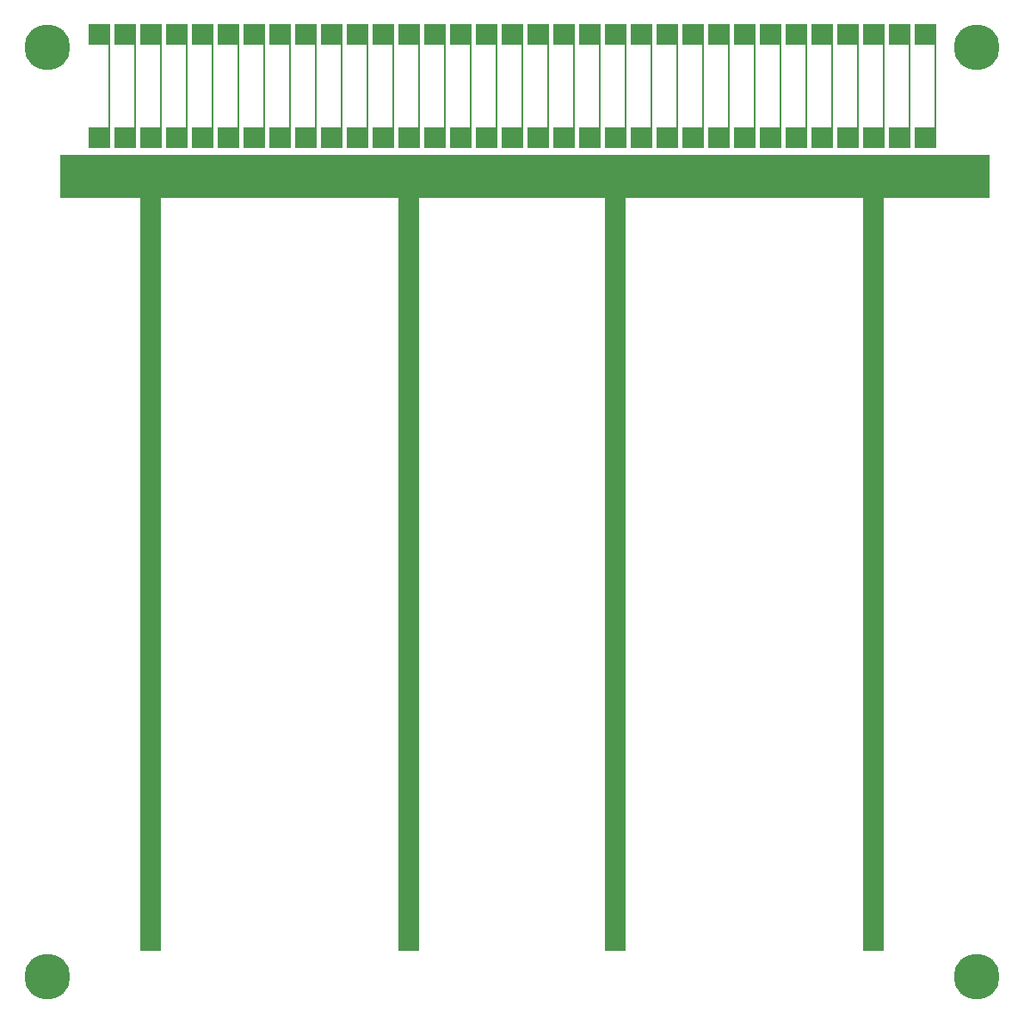
<source format=gtl>
G04 #@! TF.FileFunction,Copper,L1,Top,Signal*
%FSLAX46Y46*%
G04 Gerber Fmt 4.6, Leading zero omitted, Abs format (unit mm)*
G04 Created by KiCad (PCBNEW (after 2015-mar-04 BZR unknown)-product) date Mon 01 Jun 2015 23:22:56 BST*
%MOMM*%
G01*
G04 APERTURE LIST*
%ADD10C,0.150000*%
%ADD11R,2.032000X2.540000*%
%ADD12R,2.540000X2.286000*%
%ADD13R,3.048000X2.286000*%
%ADD14C,4.500880*%
%ADD15R,2.032000X2.032000*%
%ADD16R,0.254000X12.192000*%
G04 APERTURE END LIST*
D10*
D11*
X85090000Y-91440000D03*
X39370000Y-91440000D03*
X59690000Y-40640000D03*
D12*
X85090000Y-15494000D03*
X87630000Y-15494000D03*
X90170000Y-15494000D03*
X92710000Y-15494000D03*
X95250000Y-15494000D03*
X82550000Y-15494000D03*
X80010000Y-15494000D03*
X77470000Y-15494000D03*
X74930000Y-15494000D03*
D13*
X82550000Y-17526000D03*
D11*
X85090000Y-17780000D03*
D13*
X87630000Y-17526000D03*
D12*
X80010000Y-17526000D03*
X77470000Y-17526000D03*
X74930000Y-17526000D03*
X90170000Y-17526000D03*
X92710000Y-17526000D03*
X95250000Y-17526000D03*
D11*
X13970000Y-27940000D03*
X13970000Y-25400000D03*
X13970000Y-22860000D03*
X39370000Y-27940000D03*
X39370000Y-25400000D03*
X39370000Y-22860000D03*
X59690000Y-27940000D03*
X59690000Y-25400000D03*
X59690000Y-22860000D03*
X85090000Y-27940000D03*
X85090000Y-25400000D03*
X85090000Y-22860000D03*
D14*
X95250000Y-3810000D03*
X95250000Y-95250000D03*
X3810000Y-95250000D03*
X3810000Y-3810000D03*
D11*
X13970000Y-88900000D03*
X13970000Y-86360000D03*
X13970000Y-83820000D03*
X13970000Y-81280000D03*
X13970000Y-78740000D03*
X13970000Y-76200000D03*
X13970000Y-73660000D03*
X13970000Y-71120000D03*
X13970000Y-68580000D03*
X13970000Y-66040000D03*
X13970000Y-63500000D03*
X13970000Y-60960000D03*
X13970000Y-58420000D03*
X13970000Y-55880000D03*
X13970000Y-53340000D03*
X13970000Y-50800000D03*
X13970000Y-48260000D03*
X13970000Y-45720000D03*
X13970000Y-43180000D03*
X13970000Y-40640000D03*
X13970000Y-38100000D03*
X13970000Y-35560000D03*
X13970000Y-33020000D03*
X13970000Y-30480000D03*
X13970000Y-20320000D03*
X13970000Y-20320000D03*
X13970000Y-30480000D03*
X13970000Y-33020000D03*
X13970000Y-35560000D03*
X13970000Y-38100000D03*
X13970000Y-40640000D03*
X13970000Y-43180000D03*
X13970000Y-45720000D03*
X13970000Y-48260000D03*
X13970000Y-50800000D03*
X13970000Y-53340000D03*
X13970000Y-55880000D03*
X13970000Y-58420000D03*
X13970000Y-60960000D03*
X13970000Y-63500000D03*
X13970000Y-66040000D03*
X13970000Y-68580000D03*
X13970000Y-71120000D03*
X13970000Y-73660000D03*
X13970000Y-76200000D03*
X13970000Y-78740000D03*
X13970000Y-81280000D03*
X13970000Y-83820000D03*
X13970000Y-86360000D03*
X13970000Y-91440000D03*
X59690000Y-88900000D03*
X59690000Y-86360000D03*
X59690000Y-83820000D03*
X59690000Y-81280000D03*
X59690000Y-78740000D03*
X59690000Y-76200000D03*
X59690000Y-73660000D03*
X59690000Y-71120000D03*
X59690000Y-68580000D03*
X59690000Y-66040000D03*
X59690000Y-63500000D03*
X59690000Y-60960000D03*
X59690000Y-58420000D03*
X59690000Y-55880000D03*
X59690000Y-53340000D03*
X59690000Y-50800000D03*
X59690000Y-48260000D03*
X59690000Y-45720000D03*
X59690000Y-43180000D03*
X59690000Y-40640000D03*
X59690000Y-38100000D03*
X59690000Y-35560000D03*
X59690000Y-33020000D03*
X59690000Y-30480000D03*
X59690000Y-20320000D03*
X59690000Y-20320000D03*
X59690000Y-30480000D03*
X59690000Y-33020000D03*
X59690000Y-35560000D03*
X59690000Y-38100000D03*
X59690000Y-40640000D03*
X59690000Y-43180000D03*
X59690000Y-45720000D03*
X59690000Y-48260000D03*
X59690000Y-50800000D03*
X59690000Y-53340000D03*
X59690000Y-55880000D03*
X59690000Y-58420000D03*
X59690000Y-60960000D03*
X59690000Y-63500000D03*
X59690000Y-66040000D03*
X59690000Y-68580000D03*
X59690000Y-71120000D03*
X59690000Y-73660000D03*
X59690000Y-76200000D03*
X59690000Y-78740000D03*
X59690000Y-81280000D03*
X59690000Y-83820000D03*
X59690000Y-86360000D03*
X59690000Y-91440000D03*
X39370000Y-88900000D03*
X39370000Y-86360000D03*
X39370000Y-83820000D03*
X39370000Y-81280000D03*
X39370000Y-78740000D03*
X39370000Y-76200000D03*
X39370000Y-73660000D03*
X39370000Y-71120000D03*
X39370000Y-68580000D03*
X39370000Y-66040000D03*
X39370000Y-63500000D03*
X39370000Y-60960000D03*
X39370000Y-58420000D03*
X39370000Y-55880000D03*
X39370000Y-53340000D03*
X39370000Y-50800000D03*
X39370000Y-48260000D03*
X39370000Y-45720000D03*
X39370000Y-43180000D03*
X39370000Y-40640000D03*
X39370000Y-38100000D03*
X39370000Y-35560000D03*
X39370000Y-33020000D03*
X39370000Y-30480000D03*
X39370000Y-20320000D03*
X85090000Y-20320000D03*
X85090000Y-30480000D03*
X85090000Y-33020000D03*
X85090000Y-35560000D03*
X85090000Y-38100000D03*
X85090000Y-40640000D03*
X85090000Y-43180000D03*
X85090000Y-45720000D03*
X85090000Y-48260000D03*
X85090000Y-50800000D03*
X85090000Y-53340000D03*
X85090000Y-55880000D03*
X85090000Y-58420000D03*
X85090000Y-60960000D03*
X85090000Y-63500000D03*
X85090000Y-66040000D03*
X85090000Y-68580000D03*
X85090000Y-71120000D03*
X85090000Y-73660000D03*
X85090000Y-76200000D03*
X85090000Y-78740000D03*
X85090000Y-81280000D03*
X85090000Y-83820000D03*
X85090000Y-86360000D03*
X85090000Y-88900000D03*
D12*
X62230000Y-15494000D03*
X64770000Y-15494000D03*
X67310000Y-15494000D03*
X69850000Y-15494000D03*
X72390000Y-15494000D03*
X59690000Y-15494000D03*
X57150000Y-15494000D03*
X54610000Y-15494000D03*
X52070000Y-15494000D03*
D13*
X62230000Y-17526000D03*
D11*
X59690000Y-17780000D03*
D13*
X57150000Y-17526000D03*
D12*
X64770000Y-17526000D03*
X54610000Y-17526000D03*
X52070000Y-17526000D03*
X67310000Y-17526000D03*
X69850000Y-17526000D03*
X72390000Y-17526000D03*
X16510000Y-15494000D03*
X19050000Y-15494000D03*
X21590000Y-15494000D03*
X24130000Y-15494000D03*
X26670000Y-15494000D03*
X13970000Y-15494000D03*
X11430000Y-15494000D03*
X8890000Y-15494000D03*
X6350000Y-15494000D03*
D13*
X16510000Y-17526000D03*
D11*
X13970000Y-17780000D03*
D13*
X11430000Y-17526000D03*
D12*
X19050000Y-17526000D03*
X8890000Y-17526000D03*
X6350000Y-17526000D03*
X21590000Y-17526000D03*
X24130000Y-17526000D03*
X26670000Y-17526000D03*
X39370000Y-15494000D03*
X41910000Y-15494000D03*
X44450000Y-15494000D03*
X46990000Y-15494000D03*
X49530000Y-15494000D03*
X36830000Y-15494000D03*
X34290000Y-15494000D03*
X31750000Y-15494000D03*
X29210000Y-15494000D03*
D13*
X36830000Y-17526000D03*
D11*
X39370000Y-17780000D03*
D13*
X41910000Y-17526000D03*
D12*
X34290000Y-17526000D03*
X31750000Y-17526000D03*
X29210000Y-17526000D03*
X44450000Y-17526000D03*
X46990000Y-17526000D03*
X49530000Y-17526000D03*
D15*
X90170000Y-2540000D03*
X90170000Y-12700000D03*
D16*
X91186000Y-7620000D03*
D15*
X87630000Y-2540000D03*
X87630000Y-12700000D03*
D16*
X88646000Y-7620000D03*
D15*
X85090000Y-2540000D03*
X85090000Y-12700000D03*
D16*
X86106000Y-7620000D03*
D15*
X82550000Y-2540000D03*
X82550000Y-12700000D03*
D16*
X83566000Y-7620000D03*
D15*
X80010000Y-2540000D03*
X80010000Y-12700000D03*
D16*
X81026000Y-7620000D03*
D15*
X77470000Y-2540000D03*
X77470000Y-12700000D03*
D16*
X78486000Y-7620000D03*
D15*
X74930000Y-2540000D03*
X74930000Y-12700000D03*
D16*
X75946000Y-7620000D03*
D15*
X72390000Y-2540000D03*
X72390000Y-12700000D03*
D16*
X73406000Y-7620000D03*
D15*
X69850000Y-2540000D03*
X69850000Y-12700000D03*
D16*
X70866000Y-7620000D03*
D15*
X67310000Y-2540000D03*
X67310000Y-12700000D03*
D16*
X68326000Y-7620000D03*
D15*
X64770000Y-2540000D03*
X64770000Y-12700000D03*
D16*
X65786000Y-7620000D03*
D15*
X62230000Y-2540000D03*
X62230000Y-12700000D03*
D16*
X63246000Y-7620000D03*
D15*
X59690000Y-2540000D03*
X59690000Y-12700000D03*
D16*
X60706000Y-7620000D03*
D15*
X57150000Y-2540000D03*
X57150000Y-12700000D03*
D16*
X58166000Y-7620000D03*
D15*
X54610000Y-2540000D03*
X54610000Y-12700000D03*
D16*
X55626000Y-7620000D03*
D15*
X52070000Y-2540000D03*
X52070000Y-12700000D03*
D16*
X53086000Y-7620000D03*
D15*
X49530000Y-2540000D03*
X49530000Y-12700000D03*
D16*
X50546000Y-7620000D03*
D15*
X46990000Y-2540000D03*
X46990000Y-12700000D03*
D16*
X48006000Y-7620000D03*
D15*
X44450000Y-2540000D03*
X44450000Y-12700000D03*
D16*
X45466000Y-7620000D03*
D15*
X41910000Y-2540000D03*
X41910000Y-12700000D03*
D16*
X42926000Y-7620000D03*
D15*
X39370000Y-2540000D03*
X39370000Y-12700000D03*
D16*
X40386000Y-7620000D03*
D15*
X36830000Y-2540000D03*
X36830000Y-12700000D03*
D16*
X37846000Y-7620000D03*
D15*
X34290000Y-2540000D03*
X34290000Y-12700000D03*
D16*
X35306000Y-7620000D03*
D15*
X31750000Y-2540000D03*
X31750000Y-12700000D03*
D16*
X32766000Y-7620000D03*
D15*
X29210000Y-2540000D03*
X29210000Y-12700000D03*
D16*
X30226000Y-7620000D03*
D15*
X26670000Y-2540000D03*
X26670000Y-12700000D03*
D16*
X27686000Y-7620000D03*
D15*
X24130000Y-2540000D03*
X24130000Y-12700000D03*
D16*
X25146000Y-7620000D03*
D15*
X21590000Y-2540000D03*
X21590000Y-12700000D03*
D16*
X22606000Y-7620000D03*
D15*
X19050000Y-2540000D03*
X19050000Y-12700000D03*
D16*
X20066000Y-7620000D03*
D15*
X16510000Y-2540000D03*
X16510000Y-12700000D03*
D16*
X17526000Y-7620000D03*
D15*
X13970000Y-2540000D03*
X13970000Y-12700000D03*
D16*
X14986000Y-7620000D03*
D15*
X11430000Y-2540000D03*
X11430000Y-12700000D03*
D16*
X12446000Y-7620000D03*
D15*
X8890000Y-2540000D03*
X8890000Y-12700000D03*
D16*
X9906000Y-7620000D03*
M02*

</source>
